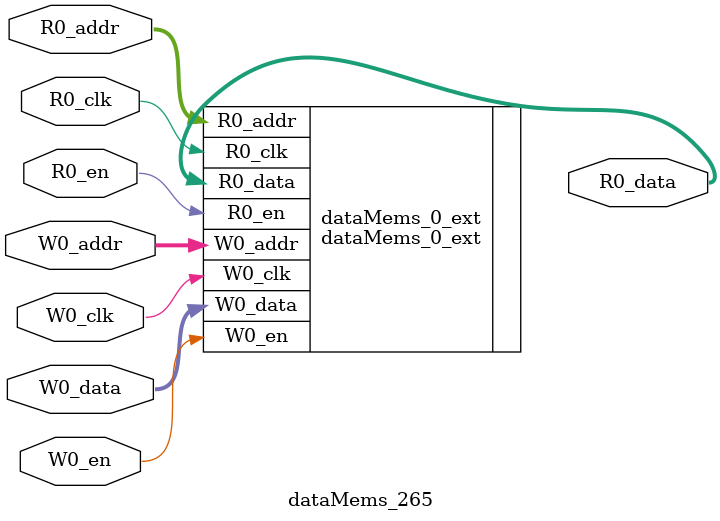
<source format=sv>
`ifndef RANDOMIZE
  `ifdef RANDOMIZE_REG_INIT
    `define RANDOMIZE
  `endif // RANDOMIZE_REG_INIT
`endif // not def RANDOMIZE
`ifndef RANDOMIZE
  `ifdef RANDOMIZE_MEM_INIT
    `define RANDOMIZE
  `endif // RANDOMIZE_MEM_INIT
`endif // not def RANDOMIZE

`ifndef RANDOM
  `define RANDOM $random
`endif // not def RANDOM

// Users can define 'PRINTF_COND' to add an extra gate to prints.
`ifndef PRINTF_COND_
  `ifdef PRINTF_COND
    `define PRINTF_COND_ (`PRINTF_COND)
  `else  // PRINTF_COND
    `define PRINTF_COND_ 1
  `endif // PRINTF_COND
`endif // not def PRINTF_COND_

// Users can define 'ASSERT_VERBOSE_COND' to add an extra gate to assert error printing.
`ifndef ASSERT_VERBOSE_COND_
  `ifdef ASSERT_VERBOSE_COND
    `define ASSERT_VERBOSE_COND_ (`ASSERT_VERBOSE_COND)
  `else  // ASSERT_VERBOSE_COND
    `define ASSERT_VERBOSE_COND_ 1
  `endif // ASSERT_VERBOSE_COND
`endif // not def ASSERT_VERBOSE_COND_

// Users can define 'STOP_COND' to add an extra gate to stop conditions.
`ifndef STOP_COND_
  `ifdef STOP_COND
    `define STOP_COND_ (`STOP_COND)
  `else  // STOP_COND
    `define STOP_COND_ 1
  `endif // STOP_COND
`endif // not def STOP_COND_

// Users can define INIT_RANDOM as general code that gets injected into the
// initializer block for modules with registers.
`ifndef INIT_RANDOM
  `define INIT_RANDOM
`endif // not def INIT_RANDOM

// If using random initialization, you can also define RANDOMIZE_DELAY to
// customize the delay used, otherwise 0.002 is used.
`ifndef RANDOMIZE_DELAY
  `define RANDOMIZE_DELAY 0.002
`endif // not def RANDOMIZE_DELAY

// Define INIT_RANDOM_PROLOG_ for use in our modules below.
`ifndef INIT_RANDOM_PROLOG_
  `ifdef RANDOMIZE
    `ifdef VERILATOR
      `define INIT_RANDOM_PROLOG_ `INIT_RANDOM
    `else  // VERILATOR
      `define INIT_RANDOM_PROLOG_ `INIT_RANDOM #`RANDOMIZE_DELAY begin end
    `endif // VERILATOR
  `else  // RANDOMIZE
    `define INIT_RANDOM_PROLOG_
  `endif // RANDOMIZE
`endif // not def INIT_RANDOM_PROLOG_

// Include register initializers in init blocks unless synthesis is set
`ifndef SYNTHESIS
  `ifndef ENABLE_INITIAL_REG_
    `define ENABLE_INITIAL_REG_
  `endif // not def ENABLE_INITIAL_REG_
`endif // not def SYNTHESIS

// Include rmemory initializers in init blocks unless synthesis is set
`ifndef SYNTHESIS
  `ifndef ENABLE_INITIAL_MEM_
    `define ENABLE_INITIAL_MEM_
  `endif // not def ENABLE_INITIAL_MEM_
`endif // not def SYNTHESIS

module dataMems_265(	// @[generators/ara/src/main/scala/UnsafeAXI4ToTL.scala:365:62]
  input  [4:0]  R0_addr,
  input         R0_en,
  input         R0_clk,
  output [66:0] R0_data,
  input  [4:0]  W0_addr,
  input         W0_en,
  input         W0_clk,
  input  [66:0] W0_data
);

  dataMems_0_ext dataMems_0_ext (	// @[generators/ara/src/main/scala/UnsafeAXI4ToTL.scala:365:62]
    .R0_addr (R0_addr),
    .R0_en   (R0_en),
    .R0_clk  (R0_clk),
    .R0_data (R0_data),
    .W0_addr (W0_addr),
    .W0_en   (W0_en),
    .W0_clk  (W0_clk),
    .W0_data (W0_data)
  );
endmodule


</source>
